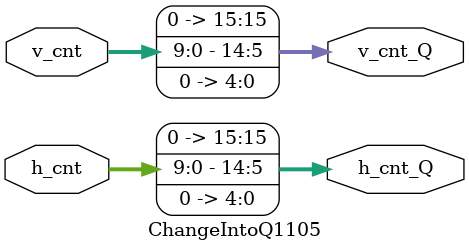
<source format=v>
`timescale 1ns / 1ps
module ChangeIntoQ1105(
    h_cnt, v_cnt,
    h_cnt_Q, v_cnt_Q
    );
    input [9:0] h_cnt, v_cnt;
    output signed[15:0] h_cnt_Q, v_cnt_Q;
    
    assign
        h_cnt_Q = {1'b0, h_cnt, 5'b0},
        v_cnt_Q = {1'b0, v_cnt, 5'b0};
endmodule

</source>
